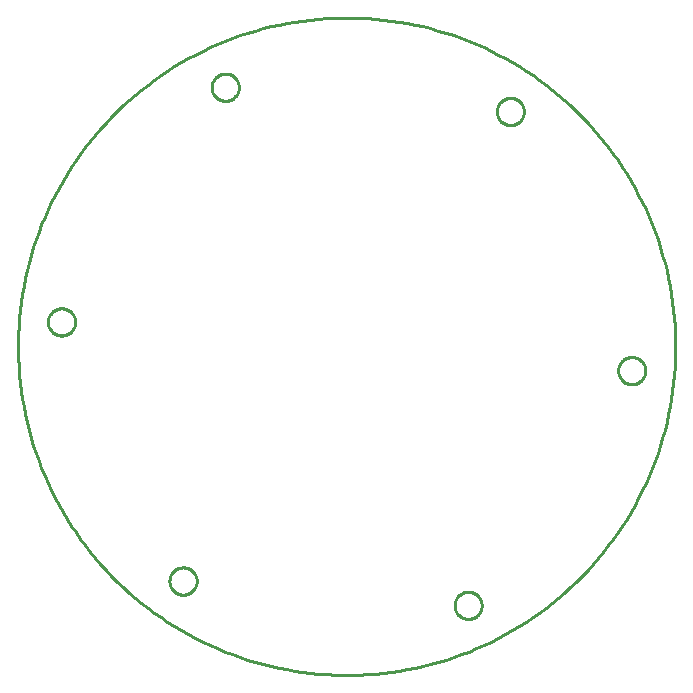
<source format=gbr>
G04 EAGLE Gerber RS-274X export*
G75*
%MOMM*%
%FSLAX34Y34*%
%LPD*%
%IN*%
%IPPOS*%
%AMOC8*
5,1,8,0,0,1.08239X$1,22.5*%
G01*
G04 Define Apertures*
%ADD10C,0.254000*%
D10*
X278283Y-3415D02*
X278283Y3415D01*
X278115Y10244D01*
X277780Y17066D01*
X277278Y23878D01*
X276608Y30675D01*
X275772Y37454D01*
X274770Y44211D01*
X273602Y50941D01*
X272269Y57640D01*
X270773Y64304D01*
X269113Y70930D01*
X267291Y77513D01*
X265309Y84049D01*
X263166Y90535D01*
X260865Y96966D01*
X258407Y103339D01*
X255793Y109649D01*
X253025Y115894D01*
X250105Y122069D01*
X247033Y128170D01*
X243814Y134194D01*
X240447Y140137D01*
X236935Y145995D01*
X233281Y151766D01*
X229486Y157445D01*
X225553Y163030D01*
X221484Y168516D01*
X217282Y173901D01*
X212949Y179181D01*
X208487Y184353D01*
X203900Y189414D01*
X199191Y194361D01*
X194361Y199191D01*
X189414Y203900D01*
X184353Y208487D01*
X179181Y212949D01*
X173901Y217282D01*
X168516Y221484D01*
X163030Y225553D01*
X157445Y229486D01*
X151766Y233281D01*
X145995Y236935D01*
X140137Y240447D01*
X134194Y243814D01*
X128170Y247033D01*
X122069Y250105D01*
X115894Y253025D01*
X109649Y255793D01*
X103339Y258407D01*
X96966Y260865D01*
X90535Y263166D01*
X84049Y265309D01*
X77513Y267291D01*
X70930Y269113D01*
X64304Y270773D01*
X57640Y272269D01*
X50941Y273602D01*
X44211Y274770D01*
X37454Y275772D01*
X30675Y276608D01*
X23878Y277278D01*
X17066Y277780D01*
X10244Y278115D01*
X3415Y278283D01*
X-3415Y278283D01*
X-10244Y278115D01*
X-17066Y277780D01*
X-23878Y277278D01*
X-30675Y276608D01*
X-37454Y275772D01*
X-44211Y274770D01*
X-50941Y273602D01*
X-57640Y272269D01*
X-64304Y270773D01*
X-70930Y269113D01*
X-77513Y267291D01*
X-84049Y265309D01*
X-90535Y263166D01*
X-96966Y260865D01*
X-103339Y258407D01*
X-109649Y255793D01*
X-115894Y253025D01*
X-122069Y250105D01*
X-128170Y247033D01*
X-134194Y243814D01*
X-140137Y240447D01*
X-145995Y236935D01*
X-151766Y233281D01*
X-157445Y229486D01*
X-163030Y225553D01*
X-168516Y221484D01*
X-173901Y217282D01*
X-179181Y212949D01*
X-184353Y208487D01*
X-189414Y203900D01*
X-194361Y199191D01*
X-199191Y194361D01*
X-203900Y189414D01*
X-208487Y184353D01*
X-212949Y179181D01*
X-217282Y173901D01*
X-221484Y168516D01*
X-225553Y163030D01*
X-229486Y157445D01*
X-233281Y151766D01*
X-236935Y145995D01*
X-240447Y140137D01*
X-243814Y134194D01*
X-247033Y128170D01*
X-250105Y122069D01*
X-253025Y115894D01*
X-255793Y109649D01*
X-258407Y103339D01*
X-260865Y96966D01*
X-263166Y90535D01*
X-265309Y84049D01*
X-267291Y77513D01*
X-269113Y70930D01*
X-270773Y64304D01*
X-272269Y57640D01*
X-273602Y50941D01*
X-274770Y44211D01*
X-275772Y37454D01*
X-276608Y30675D01*
X-277278Y23878D01*
X-277780Y17066D01*
X-278115Y10244D01*
X-278283Y3415D01*
X-278283Y-3415D01*
X-278115Y-10244D01*
X-277780Y-17066D01*
X-277278Y-23878D01*
X-276608Y-30675D01*
X-275772Y-37454D01*
X-274770Y-44211D01*
X-273602Y-50941D01*
X-272269Y-57640D01*
X-270773Y-64304D01*
X-269113Y-70930D01*
X-267291Y-77513D01*
X-265309Y-84049D01*
X-263166Y-90535D01*
X-260865Y-96966D01*
X-258407Y-103339D01*
X-255793Y-109649D01*
X-253025Y-115894D01*
X-250105Y-122069D01*
X-247033Y-128170D01*
X-243814Y-134194D01*
X-240447Y-140137D01*
X-236935Y-145995D01*
X-233281Y-151766D01*
X-229486Y-157445D01*
X-225553Y-163030D01*
X-221484Y-168516D01*
X-217282Y-173901D01*
X-212949Y-179181D01*
X-208487Y-184353D01*
X-203900Y-189414D01*
X-199191Y-194361D01*
X-194361Y-199191D01*
X-189414Y-203900D01*
X-184353Y-208487D01*
X-179181Y-212949D01*
X-173901Y-217282D01*
X-168516Y-221484D01*
X-163030Y-225553D01*
X-157445Y-229486D01*
X-151766Y-233281D01*
X-145995Y-236935D01*
X-140137Y-240447D01*
X-134194Y-243814D01*
X-128170Y-247033D01*
X-122069Y-250105D01*
X-115894Y-253025D01*
X-109649Y-255793D01*
X-103339Y-258407D01*
X-96966Y-260865D01*
X-90535Y-263166D01*
X-84049Y-265309D01*
X-77513Y-267291D01*
X-70930Y-269113D01*
X-64304Y-270773D01*
X-57640Y-272269D01*
X-50941Y-273602D01*
X-44211Y-274770D01*
X-37454Y-275772D01*
X-30675Y-276608D01*
X-23878Y-277278D01*
X-17066Y-277780D01*
X-10244Y-278115D01*
X-3415Y-278283D01*
X3415Y-278283D01*
X10244Y-278115D01*
X17066Y-277780D01*
X23878Y-277278D01*
X30675Y-276608D01*
X37454Y-275772D01*
X44211Y-274770D01*
X50941Y-273602D01*
X57640Y-272269D01*
X64304Y-270773D01*
X70930Y-269113D01*
X77513Y-267291D01*
X84049Y-265309D01*
X90535Y-263166D01*
X96966Y-260865D01*
X103339Y-258407D01*
X109649Y-255793D01*
X115894Y-253025D01*
X122069Y-250105D01*
X128170Y-247033D01*
X134194Y-243814D01*
X140137Y-240447D01*
X145995Y-236935D01*
X151766Y-233281D01*
X157445Y-229486D01*
X163030Y-225553D01*
X168516Y-221484D01*
X173901Y-217282D01*
X179181Y-212949D01*
X184353Y-208487D01*
X189414Y-203900D01*
X194361Y-199191D01*
X199191Y-194361D01*
X203900Y-189414D01*
X208487Y-184353D01*
X212949Y-179181D01*
X217282Y-173901D01*
X221484Y-168516D01*
X225553Y-163030D01*
X229486Y-157445D01*
X233281Y-151766D01*
X236935Y-145995D01*
X240447Y-140137D01*
X243814Y-134194D01*
X247033Y-128170D01*
X250105Y-122069D01*
X253025Y-115894D01*
X255793Y-109649D01*
X258407Y-103339D01*
X260865Y-96966D01*
X263166Y-90535D01*
X265309Y-84049D01*
X267291Y-77513D01*
X269113Y-70930D01*
X270773Y-64304D01*
X272269Y-57640D01*
X273602Y-50941D01*
X274770Y-44211D01*
X275772Y-37454D01*
X276608Y-30675D01*
X277278Y-23878D01*
X277780Y-17066D01*
X278115Y-10244D01*
X278283Y-3415D01*
X150063Y198298D02*
X150063Y199201D01*
X149992Y200102D01*
X149850Y200995D01*
X149639Y201873D01*
X149360Y202733D01*
X149014Y203568D01*
X148604Y204373D01*
X148132Y205144D01*
X147601Y205875D01*
X147014Y206562D01*
X146375Y207201D01*
X145688Y207788D01*
X144957Y208319D01*
X144186Y208791D01*
X143381Y209201D01*
X142546Y209547D01*
X141687Y209826D01*
X140808Y210037D01*
X139915Y210179D01*
X139015Y210250D01*
X138111Y210250D01*
X137210Y210179D01*
X136317Y210037D01*
X135439Y209826D01*
X134579Y209547D01*
X133744Y209201D01*
X132939Y208791D01*
X132169Y208319D01*
X131438Y207788D01*
X130750Y207201D01*
X130111Y206562D01*
X129525Y205875D01*
X128993Y205144D01*
X128521Y204373D01*
X128111Y203568D01*
X127765Y202733D01*
X127486Y201873D01*
X127275Y200995D01*
X127134Y200102D01*
X127063Y199201D01*
X127063Y198298D01*
X127134Y197397D01*
X127275Y196504D01*
X127486Y195626D01*
X127765Y194766D01*
X128111Y193931D01*
X128521Y193126D01*
X128993Y192356D01*
X129525Y191624D01*
X130111Y190937D01*
X130750Y190298D01*
X131438Y189711D01*
X132169Y189180D01*
X132939Y188708D01*
X133744Y188298D01*
X134579Y187952D01*
X135439Y187673D01*
X136317Y187462D01*
X137210Y187320D01*
X138111Y187250D01*
X139015Y187250D01*
X139915Y187320D01*
X140808Y187462D01*
X141687Y187673D01*
X142546Y187952D01*
X143381Y188298D01*
X144186Y188708D01*
X144957Y189180D01*
X145688Y189711D01*
X146375Y190298D01*
X147014Y190937D01*
X147601Y191624D01*
X148132Y192356D01*
X148604Y193126D01*
X149014Y193931D01*
X149360Y194766D01*
X149639Y195626D01*
X149850Y196504D01*
X149992Y197397D01*
X150063Y198298D01*
X-127063Y-199201D02*
X-127063Y-198298D01*
X-127134Y-197397D01*
X-127275Y-196504D01*
X-127486Y-195626D01*
X-127765Y-194766D01*
X-128111Y-193931D01*
X-128521Y-193126D01*
X-128993Y-192356D01*
X-129525Y-191624D01*
X-130111Y-190937D01*
X-130750Y-190298D01*
X-131438Y-189711D01*
X-132169Y-189180D01*
X-132939Y-188708D01*
X-133744Y-188298D01*
X-134579Y-187952D01*
X-135439Y-187673D01*
X-136317Y-187462D01*
X-137210Y-187320D01*
X-138111Y-187250D01*
X-139015Y-187250D01*
X-139915Y-187320D01*
X-140808Y-187462D01*
X-141687Y-187673D01*
X-142546Y-187952D01*
X-143381Y-188298D01*
X-144186Y-188708D01*
X-144957Y-189180D01*
X-145688Y-189711D01*
X-146375Y-190298D01*
X-147014Y-190937D01*
X-147601Y-191624D01*
X-148132Y-192356D01*
X-148604Y-193126D01*
X-149014Y-193931D01*
X-149360Y-194766D01*
X-149639Y-195626D01*
X-149850Y-196504D01*
X-149992Y-197397D01*
X-150063Y-198298D01*
X-150063Y-199201D01*
X-149992Y-200102D01*
X-149850Y-200995D01*
X-149639Y-201873D01*
X-149360Y-202733D01*
X-149014Y-203568D01*
X-148604Y-204373D01*
X-148132Y-205144D01*
X-147601Y-205875D01*
X-147014Y-206562D01*
X-146375Y-207201D01*
X-145688Y-207788D01*
X-144957Y-208319D01*
X-144186Y-208791D01*
X-143381Y-209201D01*
X-142546Y-209547D01*
X-141687Y-209826D01*
X-140808Y-210037D01*
X-139915Y-210179D01*
X-139015Y-210250D01*
X-138111Y-210250D01*
X-137210Y-210179D01*
X-136317Y-210037D01*
X-135439Y-209826D01*
X-134579Y-209547D01*
X-133744Y-209201D01*
X-132939Y-208791D01*
X-132169Y-208319D01*
X-131438Y-207788D01*
X-130750Y-207201D01*
X-130111Y-206562D01*
X-129525Y-205875D01*
X-128993Y-205144D01*
X-128521Y-204373D01*
X-128111Y-203568D01*
X-127765Y-202733D01*
X-127486Y-201873D01*
X-127275Y-200995D01*
X-127134Y-200102D01*
X-127063Y-199201D01*
X252903Y-21076D02*
X252903Y-20172D01*
X252833Y-19271D01*
X252691Y-18379D01*
X252480Y-17500D01*
X252201Y-16641D01*
X251855Y-15806D01*
X251445Y-15001D01*
X250973Y-14230D01*
X250442Y-13499D01*
X249855Y-12812D01*
X249216Y-12173D01*
X248528Y-11586D01*
X247797Y-11055D01*
X247027Y-10583D01*
X246222Y-10172D01*
X245387Y-9827D01*
X244527Y-9547D01*
X243649Y-9336D01*
X242756Y-9195D01*
X241855Y-9124D01*
X240952Y-9124D01*
X240051Y-9195D01*
X239158Y-9336D01*
X238279Y-9547D01*
X237420Y-9827D01*
X236585Y-10172D01*
X235780Y-10583D01*
X235009Y-11055D01*
X234278Y-11586D01*
X233591Y-12173D01*
X232952Y-12812D01*
X232365Y-13499D01*
X231834Y-14230D01*
X231362Y-15001D01*
X230952Y-15806D01*
X230606Y-16641D01*
X230327Y-17500D01*
X230116Y-18379D01*
X229974Y-19271D01*
X229903Y-20172D01*
X229903Y-21076D01*
X229974Y-21977D01*
X230116Y-22869D01*
X230327Y-23748D01*
X230606Y-24608D01*
X230952Y-25442D01*
X231362Y-26248D01*
X231834Y-27018D01*
X232365Y-27749D01*
X232952Y-28436D01*
X233591Y-29075D01*
X234278Y-29662D01*
X235009Y-30193D01*
X235780Y-30666D01*
X236585Y-31076D01*
X237420Y-31422D01*
X238279Y-31701D01*
X239158Y-31912D01*
X240051Y-32053D01*
X240952Y-32124D01*
X241855Y-32124D01*
X242756Y-32053D01*
X243649Y-31912D01*
X244527Y-31701D01*
X245387Y-31422D01*
X246222Y-31076D01*
X247027Y-30666D01*
X247797Y-30193D01*
X248528Y-29662D01*
X249216Y-29075D01*
X249855Y-28436D01*
X250442Y-27749D01*
X250973Y-27018D01*
X251445Y-26248D01*
X251855Y-25442D01*
X252201Y-24608D01*
X252480Y-23748D01*
X252691Y-22869D01*
X252833Y-21977D01*
X252903Y-21076D01*
X-91341Y218922D02*
X-91341Y219825D01*
X-91412Y220726D01*
X-91553Y221619D01*
X-91764Y222497D01*
X-92043Y223357D01*
X-92389Y224192D01*
X-92799Y224997D01*
X-93272Y225768D01*
X-93803Y226499D01*
X-94390Y227186D01*
X-95029Y227825D01*
X-95716Y228412D01*
X-96447Y228943D01*
X-97217Y229415D01*
X-98023Y229825D01*
X-98857Y230171D01*
X-99717Y230450D01*
X-100596Y230661D01*
X-101488Y230803D01*
X-102389Y230874D01*
X-103293Y230874D01*
X-104194Y230803D01*
X-105086Y230661D01*
X-105965Y230450D01*
X-106824Y230171D01*
X-107659Y229825D01*
X-108464Y229415D01*
X-109235Y228943D01*
X-109966Y228412D01*
X-110653Y227825D01*
X-111292Y227186D01*
X-111879Y226499D01*
X-112410Y225768D01*
X-112882Y224997D01*
X-113293Y224192D01*
X-113638Y223357D01*
X-113918Y222497D01*
X-114129Y221619D01*
X-114270Y220726D01*
X-114341Y219825D01*
X-114341Y218922D01*
X-114270Y218021D01*
X-114129Y217128D01*
X-113918Y216250D01*
X-113638Y215390D01*
X-113293Y214555D01*
X-112882Y213750D01*
X-112410Y212980D01*
X-111879Y212248D01*
X-111292Y211561D01*
X-110653Y210922D01*
X-109966Y210335D01*
X-109235Y209804D01*
X-108464Y209332D01*
X-107659Y208922D01*
X-106824Y208576D01*
X-105965Y208297D01*
X-105086Y208086D01*
X-104194Y207944D01*
X-103293Y207874D01*
X-102389Y207874D01*
X-101488Y207944D01*
X-100596Y208086D01*
X-99717Y208297D01*
X-98857Y208576D01*
X-98023Y208922D01*
X-97217Y209332D01*
X-96447Y209804D01*
X-95716Y210335D01*
X-95029Y210922D01*
X-94390Y211561D01*
X-93803Y212248D01*
X-93272Y212980D01*
X-92799Y213750D01*
X-92389Y214555D01*
X-92043Y215390D01*
X-91764Y216250D01*
X-91553Y217128D01*
X-91412Y218021D01*
X-91341Y218922D01*
X114341Y-219825D02*
X114341Y-218922D01*
X114270Y-218021D01*
X114129Y-217128D01*
X113918Y-216250D01*
X113638Y-215390D01*
X113293Y-214555D01*
X112882Y-213750D01*
X112410Y-212980D01*
X111879Y-212248D01*
X111292Y-211561D01*
X110653Y-210922D01*
X109966Y-210335D01*
X109235Y-209804D01*
X108464Y-209332D01*
X107659Y-208922D01*
X106824Y-208576D01*
X105965Y-208297D01*
X105086Y-208086D01*
X104194Y-207944D01*
X103293Y-207874D01*
X102389Y-207874D01*
X101488Y-207944D01*
X100596Y-208086D01*
X99717Y-208297D01*
X98857Y-208576D01*
X98023Y-208922D01*
X97217Y-209332D01*
X96447Y-209804D01*
X95716Y-210335D01*
X95029Y-210922D01*
X94390Y-211561D01*
X93803Y-212248D01*
X93272Y-212980D01*
X92799Y-213750D01*
X92389Y-214555D01*
X92043Y-215390D01*
X91764Y-216250D01*
X91553Y-217128D01*
X91412Y-218021D01*
X91341Y-218922D01*
X91341Y-219825D01*
X91412Y-220726D01*
X91553Y-221619D01*
X91764Y-222497D01*
X92043Y-223357D01*
X92389Y-224192D01*
X92799Y-224997D01*
X93272Y-225768D01*
X93803Y-226499D01*
X94390Y-227186D01*
X95029Y-227825D01*
X95716Y-228412D01*
X96447Y-228943D01*
X97217Y-229415D01*
X98023Y-229825D01*
X98857Y-230171D01*
X99717Y-230450D01*
X100596Y-230661D01*
X101488Y-230803D01*
X102389Y-230874D01*
X103293Y-230874D01*
X104194Y-230803D01*
X105086Y-230661D01*
X105965Y-230450D01*
X106824Y-230171D01*
X107659Y-229825D01*
X108464Y-229415D01*
X109235Y-228943D01*
X109966Y-228412D01*
X110653Y-227825D01*
X111292Y-227186D01*
X111879Y-226499D01*
X112410Y-225768D01*
X112882Y-224997D01*
X113293Y-224192D01*
X113638Y-223357D01*
X113918Y-222497D01*
X114129Y-221619D01*
X114270Y-220726D01*
X114341Y-219825D01*
X-229903Y20172D02*
X-229903Y21076D01*
X-229974Y21977D01*
X-230116Y22869D01*
X-230327Y23748D01*
X-230606Y24608D01*
X-230952Y25442D01*
X-231362Y26248D01*
X-231834Y27018D01*
X-232365Y27749D01*
X-232952Y28436D01*
X-233591Y29075D01*
X-234278Y29662D01*
X-235009Y30193D01*
X-235780Y30666D01*
X-236585Y31076D01*
X-237420Y31422D01*
X-238279Y31701D01*
X-239158Y31912D01*
X-240051Y32053D01*
X-240952Y32124D01*
X-241855Y32124D01*
X-242756Y32053D01*
X-243649Y31912D01*
X-244527Y31701D01*
X-245387Y31422D01*
X-246222Y31076D01*
X-247027Y30666D01*
X-247797Y30193D01*
X-248528Y29662D01*
X-249216Y29075D01*
X-249855Y28436D01*
X-250442Y27749D01*
X-250973Y27018D01*
X-251445Y26248D01*
X-251855Y25442D01*
X-252201Y24608D01*
X-252480Y23748D01*
X-252691Y22869D01*
X-252833Y21977D01*
X-252903Y21076D01*
X-252903Y20172D01*
X-252833Y19271D01*
X-252691Y18379D01*
X-252480Y17500D01*
X-252201Y16641D01*
X-251855Y15806D01*
X-251445Y15001D01*
X-250973Y14230D01*
X-250442Y13499D01*
X-249855Y12812D01*
X-249216Y12173D01*
X-248528Y11586D01*
X-247797Y11055D01*
X-247027Y10583D01*
X-246222Y10172D01*
X-245387Y9827D01*
X-244527Y9547D01*
X-243649Y9336D01*
X-242756Y9195D01*
X-241855Y9124D01*
X-240952Y9124D01*
X-240051Y9195D01*
X-239158Y9336D01*
X-238279Y9547D01*
X-237420Y9827D01*
X-236585Y10172D01*
X-235780Y10583D01*
X-235009Y11055D01*
X-234278Y11586D01*
X-233591Y12173D01*
X-232952Y12812D01*
X-232365Y13499D01*
X-231834Y14230D01*
X-231362Y15001D01*
X-230952Y15806D01*
X-230606Y16641D01*
X-230327Y17500D01*
X-230116Y18379D01*
X-229974Y19271D01*
X-229903Y20172D01*
M02*

</source>
